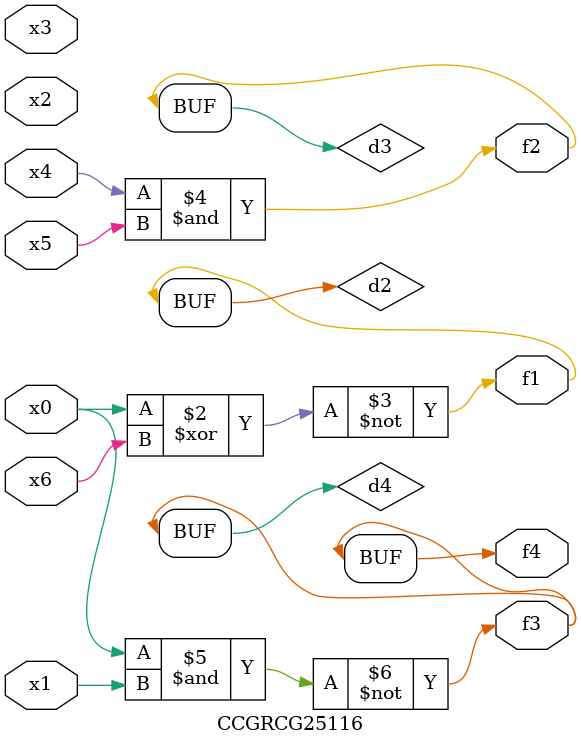
<source format=v>
module CCGRCG25116(
	input x0, x1, x2, x3, x4, x5, x6,
	output f1, f2, f3, f4
);

	wire d1, d2, d3, d4;

	nor (d1, x0);
	xnor (d2, x0, x6);
	and (d3, x4, x5);
	nand (d4, x0, x1);
	assign f1 = d2;
	assign f2 = d3;
	assign f3 = d4;
	assign f4 = d4;
endmodule

</source>
